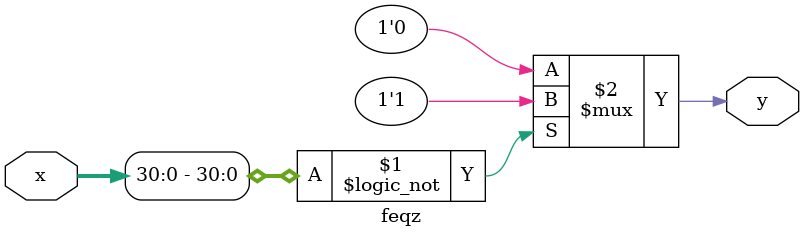
<source format=sv>
`default_nettype none

module feqz (
        /* verilator lint_off UNUSED */
        input wire [31:0]   x,
        /* verilator lint_on UNUSED */
        output wire         y
    );

    assign y = x[30:0] == 31'b0 ? 1'b1 : 1'b0;

endmodule

`default_nettype wire
</source>
